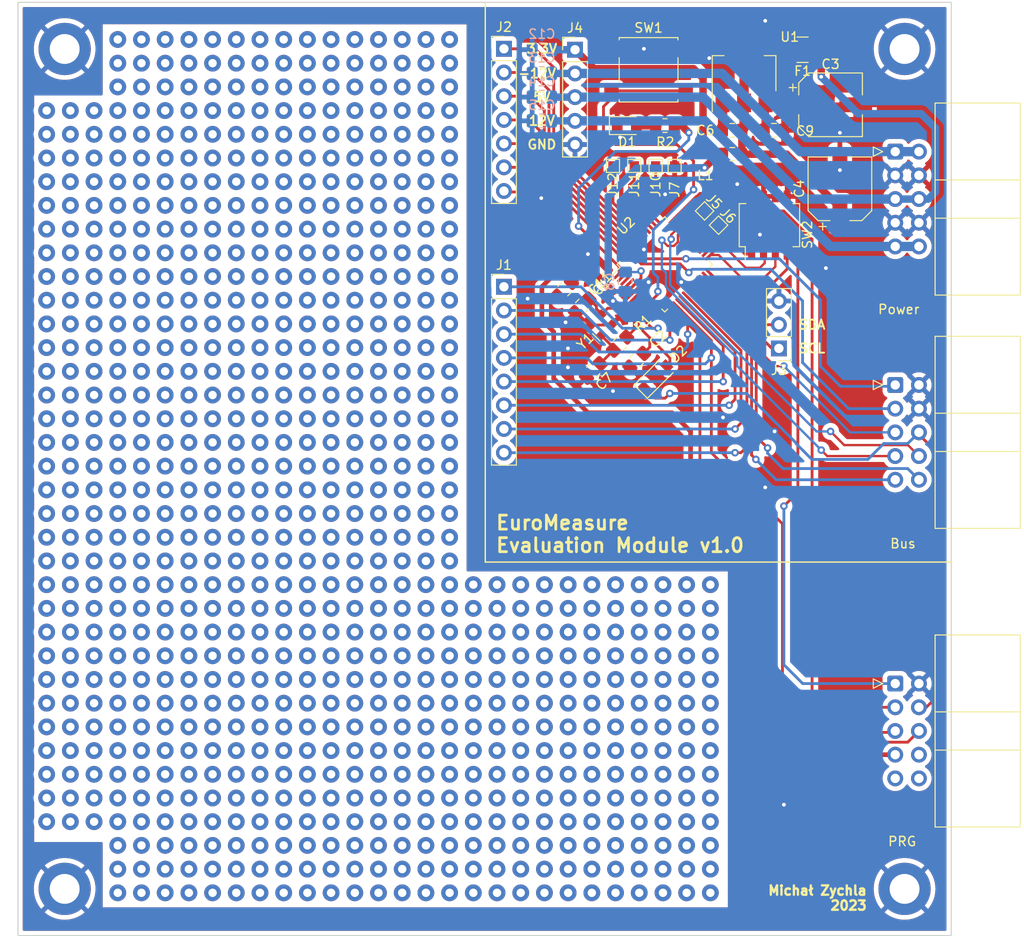
<source format=kicad_pcb>
(kicad_pcb (version 20211014) (generator pcbnew)
  (layers (0 "F.Cu" signal) (31 "B.Cu" signal) (34 "B.Paste" user) (35 "F.Paste" user) (36 "B.SilkS" user "B.Silkscreen") (37 "F.SilkS" user "F.Silkscreen") (38 "B.Mask" user) (39 "F.Mask" user) (44 "Edge.Cuts" user))
  (net 0 "")
  (net 1 "-12V")
  (net 2 "GND")
  (net 3 "+5V")
  (net 4 "+12V")
  (net 5 "/SCL")
  (net 6 "/SDA")
  (net 7 "/GP2")
  (net 8 "/RST")
  (net 9 "/GP0")
  (net 10 "/GP1")
  (net 11 "/TRG")
  (net 12 "/RDY")
  (net 13 "/SWDIO")
  (net 14 "/SWCLK")
  (net 15 "/RX_DEBUG")
  (net 16 "/TX_DEBUG")
  (net 17 "+3.3V")
  (net 21 "/OSC_IN")
  (net 22 "Net-(C3-Pad1)")
  (net 23 "Net-(C2-Pad1)")
  (net 24 "Net-(D1-Pad2)")
  (net 25 "Net-(C4-Pad1)")
  (net 26 "/OSC_OUT")
  (net 27 "Net-(C7-Pad1)")
  (net 30 "Net-(J1-Pad1)")
  (net 31 "Net-(J1-Pad5)")
  (net 32 "Net-(J1-Pad6)")
  (net 33 "Net-(SW2-Pad1)")
  (net 34 "Net-(SW2-Pad2)")
  (net 35 "Net-(U2-Pad39)")
  (net 36 "Net-(J2-Pad1)")
  (net 37 "Net-(J2-Pad2)")
  (net 38 "Net-(J2-Pad3)")
  (net 39 "Net-(J2-Pad6)")
  (net 43 "Net-(J11-Pad1)")
  (net 44 "Net-(J12-Pad1)")
  (net 45 "Net-(J2-Pad7)")
  (net 46 "Net-(SW2-Pad3)")
  (net 47 "Net-(SW2-Pad4)")
  (net 48 "/VREF")
  (net 49 "/LED")
  (net 50 "/SPI1_SCK")
  (net 51 "/SPI1_MISO")
  (net 52 "/SPI1_MOSI")
  (net 53 "/SCL2")
  (net 54 "/SDA2")
  (net 55 "/RX_AUX")
  (net 56 "/TX_AUX")
  (footprint "MEMS_Custom:EuroMeasure" (layer "F.Cu") (at 74.93 33.02)
    (fp_text reference "B1" hide)
    (fp_text value "EuroBoard")
    (fp_rect (start 0 0) (end 100 100) (layer "Edge.Cuts") (width 0.12) (fill none))
  )
  (footprint "TestPoint:TestPoint_Pad_1.0x1.0mm" (layer "F.Cu") (at 145.288 50.546 180)
    (fp_text reference "J7")
    (fp_text value "GND")
  )
  (footprint "TestPoint:TestPoint_Pad_1.0x1.0mm" (layer "F.Cu") (at 148.5 55.372 -45)
    (fp_text reference "J5")
    (fp_text value "RX")
  )
  (footprint "Connector_PinHeader_2.54mm:PinHeader_1x07_P2.54mm_Vertical" (layer "F.Cu") (at 127 38)
    (fp_text reference "J2")
    (fp_text value "Conn_01x07_Male")
  )
  (footprint "Diode_SMD:D_SOD-123" (layer "F.Cu") (at 143.256 73.152 45)
    (fp_text reference "D2")
    (fp_text value "1n4148")
  )
  (footprint "TestPoint:TestPoint_Pad_1.0x1.0mm" (layer "F.Cu") (at 143.256 50.546 180)
    (fp_text reference "J10")
    (fp_text value "PD1")
  )
  (footprint "Resistor_SMD:R_0805_2012Metric_Pad1.20x1.40mm_HandSolder" (layer "F.Cu") (at 144.256 46.228)
    (fp_text reference "R2")
    (fp_text value "1k")
  )
  (footprint "Capacitor_SMD:C_0805_2012Metric_Pad1.18x1.45mm_HandSolder" (layer "F.Cu") (at 151.4625 46.73925 180)
    (fp_text reference "C6")
    (fp_text value "10u")
  )
  (footprint "TestPoint:TestPoint_Pad_1.0x1.0mm" (layer "F.Cu") (at 138.684 50.546 180)
    (fp_text reference "J12")
    (fp_text value "PD3")
  )
  (footprint "Capacitor_SMD:CP_Elec_6.3x7.7" (layer "F.Cu") (at 163 53 90)
    (fp_text reference "C4")
    (fp_text value "220u")
  )
  (footprint "Capacitor_SMD:C_0805_2012Metric_Pad1.18x1.45mm_HandSolder" (layer "F.Cu") (at 133.5 63.766377 -135)
    (fp_text reference "C11")
    (fp_text value "10u")
  )
  (footprint "Inductor_SMD:L_0805_2012Metric_Pad1.15x1.40mm_HandSolder" (layer "F.Cu") (at 151.47 49.29325 180)
    (fp_text reference "L1")
    (fp_text value "L_Ferrite")
  )
  (footprint "Resistor_SMD:R_0805_2012Metric_Pad1.20x1.40mm_HandSolder" (layer "F.Cu") (at 139.446 69.596 45)
    (fp_text reference "R1")
    (fp_text value "R")
  )
  (footprint "Fuse:Fuse_1210_3225Metric" (layer "F.Cu") (at 159 38.1 180)
    (fp_text reference "F1")
    (fp_text value "Polyfuse")
  )
  (footprint "Capacitor_SMD:C_0805_2012Metric_Pad1.18x1.45mm_HandSolder" (layer "F.Cu") (at 135.382 65.532 -135)
    (fp_text reference "C1")
    (fp_text value "C")
  )
  (footprint "Button_Switch_SMD:SW_DIP_SPSTx04_Slide_Omron_A6H-4101_W6.15mm_P1.27mm" (layer "F.Cu") (at 155.448 56.896 90)
    (fp_text reference "SW2")
    (fp_text value "SW_DIP_x04")
  )
  (footprint "Package_QFP:LQFP-48_7x7mm_P0.5mm" (layer "F.Cu") (at 144.229 61.097231 45)
    (fp_text reference "U2")
    (fp_text value "STM32G030CxT")
  )
  (footprint "TestPoint:TestPoint_Pad_1.0x1.0mm" (layer "F.Cu") (at 140.97 50.546 180)
    (fp_text reference "J11")
    (fp_text value "PD2")
  )
  (footprint "Connector_PinHeader_2.54mm:PinHeader_1x08_P2.54mm_Vertical" (layer "F.Cu") (at 127 63.5)
    (fp_text reference "J1")
    (fp_text value "GPIO")
  )
  (footprint "Capacitor_SMD:CP_Elec_6.3x7.7" (layer "F.Cu") (at 162 44)
    (fp_text reference "C3")
    (fp_text value "220u")
  )
  (footprint "Connector_PinHeader_2.54mm:PinHeader_1x03_P2.54mm_Vertical" (layer "F.Cu") (at 156.464 70.104 180)
    (fp_text reference "J3")
    (fp_text value "I2C")
  )
  (footprint "Button_Switch_SMD:SW_SPST_B3S-1000" (layer "F.Cu") (at 142.5 40.25)
    (fp_text reference "SW1")
    (fp_text value "RESET")
  )
  (footprint "MEMS_Custom:ProtoArea" (layer "F.Cu") (at 78 37)
    (fp_text reference "REF**" hide)
    (fp_text value "ProtoArea" hide)
  )
  (footprint "Capacitor_SMD:C_0805_2012Metric_Pad1.18x1.45mm_HandSolder" (layer "F.Cu") (at 136.577103 72.464897 -135)
    (fp_text reference "C7")
    (fp_text value "C")
  )
  (footprint "LED_SMD:LED_0805_2012Metric_Pad1.15x1.40mm_HandSolder" (layer "F.Cu") (at 140.164478 46.228)
    (fp_text reference "D1")
    (fp_text value "LED")
  )
  (footprint "Connector_PinHeader_2.54mm:PinHeader_1x05_P2.54mm_Vertical" (layer "F.Cu") (at 134.62 38.1)
    (fp_text reference "J4")
    (fp_text value "Conn_01x05_Male")
  )
  (footprint "Capacitor_SMD:C_0805_2012Metric_Pad1.18x1.45mm_HandSolder" (layer "F.Cu") (at 141.224 71.374 -135)
    (fp_text reference "C2")
    (fp_text value "100n")
  )
  (footprint "Capacitor_SMD:C_0805_2012Metric_Pad1.18x1.45mm_HandSolder" (layer "F.Cu") (at 155.9345 46.736)
    (fp_text reference "C9")
    (fp_text value "10u")
  )
  (footprint "Package_TO_SOT_SMD:SOT-223-3_TabPin2" (layer "F.Cu") (at 152.7325 40.64325 90)
    (fp_text reference "U1")
    (fp_text value "AMS1117-3.3")
  )
  (footprint "Oscillator:Oscillator_SMD_Abracon_ASDMB-4Pin_2.5x2.0mm" (layer "F.Cu") (at 137.449355 67.564 45)
    (fp_text reference "Y1")
    (fp_text value "NX2520 16MHz")
  )
  (footprint "TestPoint:TestPoint_Pad_1.0x1.0mm" (layer "F.Cu") (at 150 56.896 -45)
    (fp_text reference "J6")
    (fp_text value "TX")
  )
  (footprint "Capacitor_SMD:C_0805_2012Metric_Pad1.18x1.45mm_HandSolder" (layer "B.Cu") (at 131.064 40.64 180)
    (fp_text reference "C13")
    (fp_text value "10u")
  )
  (footprint "Capacitor_SMD:C_0805_2012Metric_Pad1.18x1.45mm_HandSolder" (layer "B.Cu") (at 140 62.9625 -90)
    (fp_text reference "C8")
    (fp_text value "100n")
  )
  (footprint "Capacitor_SMD:C_0805_2012Metric_Pad1.18x1.45mm_HandSolder" (layer "B.Cu") (at 131.064 38.1 180)
    (fp_text reference "C12")
    (fp_text value "10u")
  )
  (footprint "Capacitor_SMD:C_0805_2012Metric_Pad1.18x1.45mm_HandSolder" (layer "B.Cu") (at 131.064 43.18 180)
    (fp_text reference "C14")
    (fp_text value "10u")
  )
  (footprint "Capacitor_SMD:C_0805_2012Metric_Pad1.18x1.45mm_HandSolder" (layer "B.Cu") (at 131.064 45.72 180)
    (fp_text reference "C15")
    (fp_text value "10u")
  )
  (gr_line (start 125 93) (end 175 93) (layer "F.SilkS") (width 0.15))
  (gr_line (start 125 83) (end 125 93) (layer "F.SilkS") (width 0.15))
  (gr_line (start 125 33) (end 125 83) (layer "F.SilkS") (width 0.15))
  (gr_text "EuroMeasure \nEvaluation Module v1.0" (at 126 90) (layer "F.SilkS") (effects (font (size 1.5 1.5) (thickness 0.3)) (justify left)))
  (gr_text "3.3V" (at 131.064 38) (layer "F.SilkS") (effects (font (size 1 1) (thickness 0.2))))
  (gr_text "SCL\n" (at 160.02 70.104) (layer "F.SilkS") (effects (font (size 1 1) (thickness 0.2))))
  (gr_text "Michał Zychla\n2023" (at 166 129) (layer "F.SilkS") (effects (font (size 1 1) (thickness 0.25)) (justify right)))
  (gr_text "5V" (at 131.064 43.18) (layer "F.SilkS") (effects (font (size 1 1) (thickness 0.2))))
  (gr_text "-12V" (at 130.556 40.64) (layer "F.SilkS") (effects (font (size 1 1) (thickness 0.2))))
  (gr_text "12V" (at 131.064 45.72) (layer "F.SilkS") (effects (font (size 1 1) (thickness 0.2))))
  (gr_text "GND\n" (at 131.064 48.26) (layer "F.SilkS") (effects (font (size 1 1) (thickness 0.2))))
  (gr_text "SDA\n" (at 160.02 67.564) (layer "F.SilkS") (effects (font (size 1 1) (thickness 0.2))))
  (segment (start 168.93 49.02) (end 171.47 49.02) (width 1) (layer "B.Cu") (net 1))
  (segment (start 134.62 40.64) (end 150.368 40.64) (width 1) (layer "B.Cu") (net 1))
  (segment (start 132.1015 40.64) (end 134.62 40.64) (width 0.8) (layer "B.Cu") (net 1))
  (segment (start 158.748 49.02) (end 168.93 49.02) (width 1) (layer "B.Cu") (net 1))
  (segment (start 150.368 40.64) (end 158.748 49.02) (width 1) (layer "B.Cu") (net 1))
  (segment (start 136.317984 67.599355) (end 138.510016 67.599355) (width 0.3) (layer "F.Cu") (net 2))
  (segment (start 142.5 63.179785) (end 142.5 63) (width 0.3) (layer "F.Cu") (net 2))
  (segment (start 150.4325 46.731749) (end 150.425 46.73925) (width 1) (layer "F.Cu") (net 2))
  (segment (start 139.139478 47.191478) (end 139.446 47.498) (width 0.3) (layer "F.Cu") (net 2))
  (segment (start 139.139478 46.228) (end 139.139478 47.191478) (width 0.3) (layer "F.Cu") (net 2))
  (segment (start 140.373783 65.306) (end 138.966 65.306) (width 0.3) (layer "F.Cu") (net 2))
  (segment (start 141.775059 63.904726) (end 140.373783 65.306) (width 0.3) (layer "F.Cu") (net 2))
  (segment (start 138.510016 67.599355) (end 138.580726 67.528645) (width 0.3) (layer "F.Cu") (net 2))
  (segment (start 138.966 65.306) (end 138.684 65.024) (width 0.3) (layer "F.Cu") (net 2))
  (segment (start 150.4325 43.79325) (end 150.4325 46.731749) (width 1) (layer "F.Cu") (net 2))
  (segment (start 141.462445 64.21734) (end 142.5 63.179785) (width 0.3) (layer "F.Cu") (net 2))
  (via (at 161.5 61.5) (size 0.8) (drill 0.4) (layers "F.Cu" "B.Cu") (net 2))
  (via (at 163 47) (size 0.8) (drill 0.4) (layers "F.Cu" "B.Cu") (net 2))
  (via (at 142 38) (size 0.8) (drill 0.4) (layers "F.Cu" "B.Cu") (net 2))
  (via (at 139.446 47.498) (size 0.8) (drill 0.4) (layers "F.Cu" "B.Cu") (net 2))
  (via (at 129.54 64.77) (size 0.8) (drill 0.4) (layers "F.Cu" "B.Cu") (net 2))
  (via (at 142 59.5) (size 0.8) (drill 0.4) (layers "F.Cu" "B.Cu") (net 2))
  (via (at 157 119) (size 0.8) (drill 0.4) (layers "F.Cu" "B.Cu") (net 2))
  (via (at 156 79) (size 0.8) (drill 0.4) (layers "F.Cu" "B.Cu") (net 2))
  (via (at 142.5 63) (size 0.8) (drill 0.4) (layers "F.Cu" "B.Cu") (net 2))
  (via (at 152 52.5) (size 0.8) (drill 0.4) (layers "F.Cu" "B.Cu") (net 2))
  (via (at 146 63) (size 0.8) (drill 0.4) (layers "F.Cu" "B.Cu") (net 2))
  (via (at 144.272 53.594) (size 0.8) (drill 0.4) (layers "F.Cu" "B.Cu") (net 2))
  (via (at 155 35) (size 0.8) (drill 0.4) (layers "F.Cu" "B.Cu") (net 2))
  (via (at 150.475726 77.500367) (size 0.8) (drill 0.4) (layers "F.Cu" "B.Cu") (net 2))
  (via (at 154.432 57.912) (size 0.8) (drill 0.4) (layers "F.Cu" "B.Cu") (net 2))
  (via (at 131 54) (size 0.8) (drill 0.4) (layers "F.Cu" "B.Cu") (net 2))
  (via (at 138.684 65.024) (size 0.8) (drill 0.4) (layers "F.Cu" "B.Cu") (net 2))
  (via (at 155 85) (size 0.8) (drill 0.4) (layers "F.Cu" "B.Cu") (net 2))
  (via (at 133.858 72.136) (size 0.8) (drill 0.4) (layers "F.Cu" "B.Cu") (net 2))
  (via (at 138.684 74.676) (size 0.8) (drill 0.4) (layers "F.Cu" "B.Cu") (net 2))
  (via (at 136 60) (size 0.8) (drill 0.4) (layers "F.Cu" "B.Cu") (net 2))
  (via (at 149 39) (size 0.8) (drill 0.4) (layers "F.Cu" "B.Cu") (net 2))
  (via (at 133.858 70.104) (size 0.8) (drill 0.4) (layers "F.Cu" "B.Cu") (net 2))
  (via (at 163 51) (size 0.8) (drill 0.4) (layers "F.Cu" "B.Cu") (net 2))
  (via (at 133.604 67.31) (size 0.8) (drill 0.4) (layers "F.Cu" "B.Cu") (net 2))
  (segment (start 161 41) (end 161 38.7) (width 0.8) (layer "F.Cu") (net 3))
  (segment (start 161 38.7) (end 160.4 38.1) (width 0.8) (layer "F.Cu") (net 3))
  (via (at 161 41) (size 0.8) (drill 0.4) (layers "F.Cu" "B.Cu") (net 3))
  (segment (start 173.228 46.482) (end 171.704 44.958) (width 0.8) (layer "B.Cu") (net 3))
  (segment (start 159.256 54.1) (end 168.93 54.1) (width 1) (layer "B.Cu") (net 3))
  (segment (start 171.47 54.1) (end 172.468 54.1) (width 0.8) (layer "B.Cu") (net 3))
  (segment (start 168.93 54.1) (end 171.47 54.1) (width 0.8) (layer "B.Cu") (net 3))
  (segment (start 148.336 43.18) (end 159.256 54.1) (width 1) (layer "B.Cu") (net 3))
  (segment (start 134.62 43.18) (end 148.336 43.18) (width 1) (layer "B.Cu") (net 3))
  (segment (start 173.228 53.34) (end 173.228 46.482) (width 0.8) (layer "B.Cu") (net 3))
  (segment (start 172.468 54.1) (end 173.228 53.34) (width 0.8) (layer "B.Cu") (net 3))
  (segment (start 132.1015 43.18) (end 134.62 43.18) (width 0.8) (layer "B.Cu") (net 3))
  (segment (start 165.862 44.958) (end 164.958 44.958) (width 0.8) (layer "B.Cu") (net 3))
  (segment (start 164.958 44.958) (end 161 41) (width 0.8) (layer "B.Cu") (net 3))
  (segment (start 171.704 44.958) (end 165.862 44.958) (width 0.8) (layer "B.Cu") (net 3))
  (segment (start 171.47 59.18) (end 161.985635 59.18) (width 1) (layer "B.Cu") (net 4))
  (segment (start 161.985635 59.18) (end 148.525635 45.72) (width 1) (layer "B.Cu") (net 4))
  (segment (start 132.1015 45.72) (end 134.62 45.72) (width 0.8) (layer "B.Cu") (net 4))
  (segment (start 148.525635 45.72) (end 134.62 45.72) (width 1) (layer "B.Cu") (net 4))
  (segment (start 140.401785 59.037782) (end 130.81 49.445997) (width 0.3) (layer "F.Cu") (net 5))
  (segment (start 140.401785 59.037782) (end 141.864003 60.5) (width 0.3) (layer "F.Cu") (net 5))
  (segment (start 130.81 46.736) (end 129.694 45.62) (width 0.3) (layer "F.Cu") (net 5))
  (segment (start 141.864003 60.5) (end 146.5 60.5) (width 0.3) (layer "F.Cu") (net 5))
  (segment (start 129.694 45.62) (end 127 45.62) (width 0.3) (layer "F.Cu") (net 5))
  (segment (start 130.81 49.445997) (end 130.81 46.736) (width 0.3) (layer "F.Cu") (net 5))
  (via (at 146.5 60.5) (size 0.8) (drill 0.4) (layers "F.Cu" "B.Cu") (net 5))
  (segment (start 168.782 74.168) (end 168.93 74.02) (width 0.3) (layer "B.Cu") (net 5))
  (segment (start 146.5 60.5) (end 156.512 60.5) (width 0.3) (layer "B.Cu") (net 5))
  (segment (start 156.512 60.5) (end 160.93 64.918) (width 0.3) (layer "B.Cu") (net 5))
  (segment (start 160.93 64.918) (end 160.93 72.03) (width 0.3) (layer "B.Cu") (net 5))
  (segment (start 160.93 72.03) (end 163.068 74.168) (width 0.3) (layer "B.Cu") (net 5))
  (segment (start 163.068 74.168) (end 168.782 74.168) (width 0.3) (layer "B.Cu") (net 5))
  (segment (start 146.812 61.976) (end 145.892 61.056) (width 0.3) (layer "F.Cu") (net 6))
  (segment (start 145.892 61.056) (end 141.712895 61.056) (width 0.3) (layer "F.Cu") (net 6))
  (segment (start 140.048231 59.391336) (end 130.31 49.653103) (width 0.3) (layer "F.Cu") (net 6))
  (segment (start 130.31 49.653103) (end 130.31 48.776) (width 0.3) (layer "F.Cu") (net 6))
  (segment (start 130.31 48.776) (end 129.694 48.16) (width 0.3) (layer "F.Cu") (net 6))
  (segment (start 141.712895 61.056) (end 140.048231 59.391336) (width 0.3) (layer "F.Cu") (net 6))
  (segment (start 129.694 48.16) (end 127 48.16) (width 0.3) (layer "F.Cu") (net 6))
  (via (at 146.812 61.976) (size 0.8) (drill 0.4) (layers "F.Cu" "B.Cu") (net 6))
  (segment (start 159 71.624) (end 163.936 76.56) (width 0.3) (layer "B.Cu") (net 6))
  (segment (start 146.812 61.976) (end 147.163 61.625) (width 0.3) (layer "B.Cu") (net 6))
  (segment (start 155.605 61.625) (end 159 65.02) (width 0.3) (layer "B.Cu") (net 6))
  (segment (start 159 65.02) (end 159 71.624) (width 0.3) (layer "B.Cu") (net 6))
  (segment (start 163.936 76.56) (end 168.93 76.56) (width 0.3) (layer "B.Cu") (net 6))
  (segment (start 147.163 61.625) (end 155.605 61.625) (width 0.3) (layer "B.Cu") (net 6))
  (segment (start 154.967445 70.06791) (end 148.056215 63.15668) (width 0.25) (layer "F.Cu") (net 7))
  (segment (start 156.01 72) (end 154.967445 70.957445) (width 0.25) (layer "F.Cu") (net 7))
  (segment (start 154.967445 70.957445) (end 154.967445 70.06791) (width 0.25) (layer "F.Cu") (net 7))
  (segment (start 157 72) (end 156.01 72) (width 0.25) (layer "F.Cu") (net 7))
  (via (at 157 72) (size 0.8) (drill 0.4) (layers "F.Cu" "B.Cu") (net 7))
  (segment (start 164.1 79.1) (end 157 72) (width 0.25) (layer "B.Cu") (net 7))
  (segment (start 168.93 79.1) (end 164.1 79.1) (width 0.25) (layer "B.Cu") (net 7))
  (segment (start 173.482 81.344) (end 173.482 107.336) (width 0.3) (layer "F.Cu") (net 8))
  (segment (start 143.208548 75.438) (end 142.089274 74.318726) (width 0.3) (layer "F.Cu") (net 8))
  (segment (start 144.272 75.438) (end 143.208548 75.438) (width 0.3) (layer "F.Cu") (net 8))
  (segment (start 172.258 108.56) (end 171.238 108.56) (width 0.3) (layer "F.Cu") (net 8))
  (segment (start 144.78 74.93) (end 144.272 75.438) (width 0.3) (layer "F.Cu") (net 8))
  (segment (start 173.482 107.336) (end 172.258 108.56) (width 0.3) (layer "F.Cu") (net 8))
  (segment (start 171.238 79.1) (end 173.482 81.344) (width 0.3) (layer "F.Cu") (net 8))
  (via (at 144.78 74.93) (size 0.8) (drill 0.4) (layers "F.Cu" "B.Cu") (net 8))
  (segment (start 170.27 80.3) (end 171.47 79.1) (width 0.3) (layer "B.Cu") (net 8))
  (segment (start 156.035 77.965) (end 158.37 80.3) (width 0.3) (layer "B.Cu") (net 8))
  (segment (start 153 74.93) (end 144.78 74.93) (width 0.3) (layer "B.Cu") (net 8))
  (segment (start 153 74.93) (end 156.035 77.965) (width 0.3) (layer "B.Cu") (net 8))
  (segment (start 160 82) (end 166 82) (width 0.3) (layer "B.Cu") (net 8))
  (segment (start 158.3 80.3) (end 160 82) (width 0.3) (layer "B.Cu") (net 8))
  (segment (start 167.7 80.3) (end 170.27 80.3) (width 0.3) (layer "B.Cu") (net 8))
  (segment (start 166 82) (end 167.7 80.3) (width 0.3) (layer "B.Cu") (net 8))
  (segment (start 145.220442 59.124509) (end 145.645137 58.699814) (width 0.25) (layer "F.Cu") (net 9))
  (segment (start 143.926543 58.508022) (end 144.54303 59.124509) (width 0.25) (layer "F.Cu") (net 9))
  (segment (start 161.64 81.64) (end 161 81) (width 0.25) (layer "F.Cu") (net 9))
  (segment (start 168.93 81.64) (end 161.64 81.64) (width 0.25) (layer "F.Cu") (net 9))
  (segment (start 145.645137 57.913328) (end 146.288449 57.270016) (width 0.25) (layer "F.Cu") (net 9))
  (segment (start 144.54303 59.124509) (end 145.220442 59.124509) (width 0.25) (layer "F.Cu") (net 9))
  (segment (start 145.645137 58.699814) (end 145.645137 57.913328) (width 0.25) (layer "F.Cu") (net 9))
  (via (at 161 81) (size 0.8) (drill 0.4) (layers "F.Cu" "B.Cu") (net 9))
  (via (at 143.926543 58.508022) (size 0.8) (drill 0.4) (layers "F.Cu" "B.Cu") (net 9))
  (segment (start 144.367 62.003396) (end 144.367 63.503396) (width 0.25) (layer "B.Cu") (net 9))
  (segment (start 152 72) (end 161 81) (width 0.25) (layer "B.Cu") (net 9))
  (segment (start 143.926543 58.508022) (end 143.926543 61.562939) (width 0.25) (layer "B.Cu") (net 9))
  (segment (start 143.926543 61.562939) (end 144.367 62.003396) (width 0.25) (layer "B.Cu") (net 9))
  (segment (start 144.367 63.503396) (end 152 71.136396) (width 0.25) (layer "B.Cu") (net 9))
  (segment (start 152 71.136396) (end 152 72) (width 0.25) (layer "B.Cu") (net 9))
  (segment (start 144.920137 57.93122) (end 145.934895 56.916462) (width 0.25) (layer "F.Cu") (net 10))
  (segment (start 163.465 80.465) (end 162 79) (width 0.25) (layer "F.Cu") (net 10))
  (segment (start 171.47 81.64) (end 170.295 80.465) (width 0.25) (layer "F.Cu") (net 10))
  (segment (start 144.920137 58.399509) (end 144.920137 57.93122) (width 0.25) (layer "F.Cu") (net 10))
  (segment (start 170.295 80.465) (end 163.465 80.465) (width 0.25) (layer "F.Cu") (net 10))
  (via (at 144.920137 58.399509) (size 0.8) (drill 0.4) (layers "F.Cu" "B.Cu") (net 10))
  (via (at 162 79) (size 0.8) (drill 0.4) (layers "F.Cu" "B.Cu") (net 10))
  (segment (start 144.920137 58.399509) (end 144.920137 58.579863) (width 0.25) (layer "B.Cu") (net 10))
  (segment (start 144.920137 58.579863) (end 144.817 58.683) (width 0.25) (layer "B.Cu") (net 10))
  (segment (start 160.5 79) (end 162 79) (width 0.25) (layer "B.Cu") (net 10))
  (segment (start 144.817 58.683) (end 144.817 63.317) (width 0.25) (layer "B.Cu") (net 10))
  (segment (start 144.817 63.317) (end 160.5 79) (width 0.25) (layer "B.Cu") (net 10))
  (segment (start 153.535 70.049679) (end 153.535 81.535) (width 0.3) (layer "F.Cu") (net 11))
  (segment (start 153.535 81.535) (end 154 82) (width 0.3) (layer "F.Cu") (net 11))
  (segment (start 147.349109 63.863786) (end 153.535 70.049679) (width 0.3) (layer "F.Cu") (net 11))
  (via (at 154 82) (size 0.8) (drill 0.4) (layers "F.Cu" "B.Cu") (net 11))
  (segment (start 168.93 84.18) (end 156.18 84.18) (width 0.3) (layer "B.Cu") (net 11))
  (segment (start 156.18 84.18) (end 154 82) (width 0.3) (layer "B.Cu") (net 11))
  (segment (start 155.25 80.772) (end 154.035 79.557) (width 0.3) (layer "F.Cu") (net 12))
  (segment (start 154.035 69.842572) (end 147.702662 63.510233) (width 0.3) (layer "F.Cu") (net 12))
  (segment (start 154.035 79.557) (end 154.035 69.842572) (width 0.3) (layer "F.Cu") (net 12))
  (via (at 155.25 80.772) (size 0.8) (drill 0.4) (layers "F.Cu" "B.Cu") (net 12))
  (segment (start 170.27 82.98) (end 171.47 84.18) (width 0.3) (layer "B.Cu") (net 12))
  (segment (start 155.25 81.336) (end 156.894 82.98) (width 0.3) (layer "B.Cu") (net 12))
  (segment (start 156.894 82.98) (end 170.27 82.98) (width 0.3) (layer "B.Cu") (net 12))
  (segment (start 155.25 80.772) (end 155.25 81.336) (width 0.3) (layer "B.Cu") (net 12))
  (segment (start 158.496 59.436) (end 158.496 85.504) (width 0.3) (layer "F.Cu") (net 13))
  (segment (start 155.448 56.388) (end 158.496 59.436) (width 0.3) (layer "F.Cu") (net 13))
  (segment (start 147.902 54.348) (end 148.25 54) (width 0.3) (layer "F.Cu") (net 13))
  (segment (start 148.25 54) (end 149.504 54) (width 0.3) (layer "F.Cu") (net 13))
  (segment (start 158.496 85.504) (end 157 87) (width 0.3) (layer "F.Cu") (net 13))
  (segment (start 145.581342 56.562909) (end 147.796252 54.348) (width 0.3) (layer "F.Cu") (net 13))
  (segment (start 149.504 54) (end 151.892 56.388) (width 0.3) (layer "F.Cu") (net 13))
  (segment (start 147.796252 54.348) (end 147.902 54.348) (width 0.3) (layer "F.Cu") (net 13))
  (segment (start 151.892 56.388) (end 155.448 56.388) (width 0.3) (layer "F.Cu") (net 13))
  (via (at 157 87) (size 0.8) (drill 0.4) (layers "F.Cu" "B.Cu") (net 13))
  (segment (start 157 104) (end 157 87) (width 0.3) (layer "B.Cu") (net 13))
  (segment (start 159.02 106.02) (end 157 104) (width 0.3) (layer "B.Cu") (net 13))
  (segment (start 168.93 106.02) (end 159.02 106.02) (width 0.3) (layer "B.Cu") (net 13))
  (segment (start 145.227788 56.209355) (end 147.589143 53.848) (width 0.3) (layer "F.Cu") (net 14))
  (segment (start 150.528 53.5) (end 152.4 55.372) (width 0.3) (layer "F.Cu") (net 14))
  (segment (start 160.02 58.42) (end 160.02 107.188) (width 0.3) (layer "F.Cu") (net 14))
  (segment (start 152.4 55.372) (end 156.972 55.372) (width 0.3) (layer "F.Cu") (net 14))
  (segment (start 148 53.5) (end 150.528 53.5) (width 0.3) (layer "F.Cu") (net 14))
  (segment (start 147.652 53.848) (end 148 53.5) (width 0.3) (layer "F.Cu") (net 14))
  (segment (start 160.02 107.188) (end 161.392 108.56) (width 0.3) (layer "F.Cu") (net 14))
  (segment (start 147.589143 53.848) (end 147.652 53.848) (width 0.3) (layer "F.Cu") (net 14))
  (segment (start 161.392 108.56) (end 168.93 108.56) (width 0.3) (layer "F.Cu") (net 14))
  (segment (start 156.972 55.372) (end 160.02 58.42) (width 0.3) (layer "F.Cu") (net 14))
  (segment (start 156.845 88.9) (end 156.845 108.585) (width 0.3) (layer "F.Cu") (net 15))
  (segment (start 159.512 111.252) (end 168.778 111.252) (width 0.3) (layer "F.Cu") (net 15))
  (segment (start 156.845 108.585) (end 159.512 111.252) (width 0.3) (layer "F.Cu") (net 15))
  (segment (start 168.778 111.252) (end 168.93 111.1) (width 0.3) (layer "F.Cu") (net 15))
  (segment (start 149.225 71.12) (end 149.225 81.28) (width 0.3) (layer "F.Cu") (net 15))
  (segment (start 149.225 81.28) (end 156.845 88.9) (width 0.3) (layer "F.Cu") (net 15))
  (segment (start 145.581342 65.631553) (end 149.225 69.275213) (width 0.3) (layer "F.Cu") (net 15))
  (segment (start 149.225 69.275213) (end 149.225 71.12) (width 0.3) (layer "F.Cu") (net 15))
  (via (at 149.225 71.12) (size 0.8) (drill 0.4) (layers "F.Cu" "B.Cu") (net 15))
  (segment (start 135.89 71.12) (end 127 71.12) (width 0.3) (layer "B.Cu") (net 15))
  (segment (start 136.525 71.755) (end 135.89 71.12) (width 0.3) (layer "B.Cu") (net 15))
  (segment (start 148.59 71.755) (end 136.525 71.755) (width 0.3) (layer "B.Cu") (net 15))
  (segment (start 149.225 71.12) (end 148.59 71.755) (width 0.3) (layer "B.Cu") (net 15))
  (segment (start 171.47 111.1) (end 170.27 112.3) (width 0.3) (layer "F.Cu") (net 16))
  (segment (start 148 82) (end 148 68.757318) (width 0.3) (layer "F.Cu") (net 16))
  (segment (start 148 68.757318) (end 146.685 67.442319) (width 0.3) (layer "F.Cu") (net 16))
  (segment (start 155.5 89.5) (end 148 82) (width 0.3) (layer "F.Cu") (net 16))
  (segment (start 170.27 112.3) (end 158.8 112.3) (width 0.3) (layer "F.Cu") (net 16))
  (segment (start 146.685 67.442319) (end 146.685 68.58) (width 0.3) (layer "F.Cu") (net 16))
  (segment (start 158.8 112.3) (end 155.5 109) (width 0.3) (layer "F.Cu") (net 16))
  (segment (start 145.227788 65.985107) (end 146.685 67.442319) (width 0.3) (layer "F.Cu") (net 16))
  (segment (start 155.5 109) (end 155.5 89.5) (width 0.3) (layer "F.Cu") (net 16))
  (via (at 146.685 68.58) (size 0.8) (drill 0.4) (layers "F.Cu" "B.Cu") (net 16))
  (segment (start 135.255 68.58) (end 127 68.58) (width 0.3) (layer "B.Cu") (net 16))
  (segment (start 137.16 70.485) (end 135.255 68.58) (width 0.3) (layer "B.Cu") (net 16))
  (segment (start 146.05 70.485) (end 137.16 70.485) (width 0.3) (layer "B.Cu") (net 16))
  (segment (start 146.685 69.85) (end 146.05 70.485) (width 0.3) (layer "B.Cu") (net 16))
  (segment (start 146.685 68.58) (end 146.685 69.85) (width 0.3) (layer "B.Cu") (net 16))
  (segment (start 140.401785 63.15668) (end 139.550465 64.008) (width 0.3) (layer "F.Cu") (net 17))
  (segment (start 147 83) (end 147 79) (width 0.5) (layer "F.Cu") (net 17))
  (segment (start 141.108891 63.863786) (end 140.166677 64.806) (width 0.3) (layer "F.Cu") (net 17))
  (segment (start 131.064 63.5) (end 132.08 62.484) (width 0.5) (layer "F.Cu") (net 17))
  (segment (start 132.334 73.334) (end 132.334 68.326) (width 0.5) (layer "F.Cu") (net 17))
  (segment (start 136.652 40.132) (end 147.32 40.132) (width 0.8) (layer "F.Cu") (net 17))
  (segment (start 145 77) (end 136 77) (width 0.5) (layer "F.Cu") (net 17))
  (segment (start 158.64 113.64) (end 154 109) (width 0.5) (layer "F.Cu") (net 17))
  (segment (start 140.166677 64.806) (end 139.888 64.806) (width 0.3) (layer "F.Cu") (net 17))
  (segment (start 131.064 67.056) (end 131.064 63.5) (width 0.5) (layer "F.Cu") (net 17))
  (segment (start 139.488 64.070465) (end 139.550465 64.008) (width 0.3) (layer "F.Cu") (net 17))
  (segment (start 135.353623 61.976) (end 136.652 61.976) (width 0.8) (layer "F.Cu") (net 17))
  (segment (start 139.550465 64.008) (end 138.684 64.008) (width 0.3) (layer "F.Cu") (net 17))
  (segment (start 132.08 62.484) (end 133.829623 62.484) (width 0.5) (layer "F.Cu") (net 17))
  (segment (start 168.93 113.64) (end 158.64 113.64) (width 0.5) (layer "F.Cu") (net 17))
  (segment (start 139.888 64.806) (end 139.488 64.406) (width 0.3) (layer "F.Cu") (net 17))
  (segment (start 149.87725 49.29325) (end 150.4075 49.29325) (width 0.8) (layer "F.Cu") (net 17))
  (segment (start 150.445 49.29325) (end 149.95675 49.29325) (width 0.8) (layer "F.Cu") (net 17))
  (segment (start 147 79) (end 145 77) (width 0.5) (layer "F.Cu") (net 17))
  (segment (start 133.829623 62.484) (end 134.337623 62.992) (width 0.5) (layer "F.Cu") (net 17))
  (segment (start 154 109) (end 154 90) (width 0.5) (layer "F.Cu") (net 17))
  (segment (start 137.713 63.037) (end 138.684 64.008) (width 0.8) (layer "F.Cu") (net 17))
  (segment (start 136.652 61.976) (end 137.713 63.037) (width 0.8) (layer "F.Cu") (net 17))
  (segment (start 136 77) (end 132.334 73.334) (width 0.5) (layer "F.Cu") (net 17))
  (segment (start 147.32 40.132) (end 148.336 41.148) (width 0.8) (layer "F.Cu") (net 17))
  (segment (start 134.62 38.1) (end 136.652 40.132) (width 0.8) (layer "F.Cu") (net 17))
  (segment (start 149.95675 49.29325) (end 148.5 50.75) (width 0.8) (layer "F.Cu") (net 17))
  (segment (start 134.337623 62.992) (end 135.353623 61.976) (width 0.8) (layer "F.Cu") (net 17))
  (segment (start 132.334 68.326) (end 131.064 67.056) (width 0.5) (layer "F.Cu") (net 17))
  (segment (start 139.488 64.406) (end 139.488 64.070465) (width 0.3) (layer "F.Cu") (net 17))
  (segment (start 148.336 41.148) (end 148.336 47.752) (width 0.8) (layer "F.Cu") (net 17))
  (segment (start 148.336 47.752) (end 149.87725 49.29325) (width 0.8) (layer "F.Cu") (net 17))
  (segment (start 154 90) (end 147 83) (width 0.5) (layer "F.Cu") (net 17))
  (via (at 148.5 50.75) (size 0.8) (drill 0.4) (layers "F.Cu" "B.Cu") (net 17))
  (via (at 137.713 63.037) (size 0.8) (drill 0.4) (layers "F.Cu" "B.Cu") (net 17))
  (segment (start 147.066 50.8) (end 141.224 50.8) (width 0.8) (layer "B.Cu") (net 17))
  (segment (start 132.1015 38.1) (end 134.62 38.1) (width 0.8) (layer "B.Cu") (net 17))
  (segment (start 138.176 53.848) (end 138.176 62.574) (width 0.8) (layer "B.Cu") (net 17))
  (segment (start 147.116 50.75) (end 147.066 50.8) (width 0.8) (layer "B.Cu") (net 17))
  (segment (start 141.224 50.8) (end 138.176 53.848) (width 0.8) (layer "B.Cu") (net 17))
  (segment (start 138.176 62.574) (end 137.713 63.037) (width 0.8) (layer "B.Cu") (net 17))
  (segment (start 148.5 50.75) (end 147.116 50.75) (width 0.8) (layer "B.Cu") (net 17))
  (segment (start 137.48471 66.432629) (end 138.111339 65.806) (width 0.3) (layer "F.Cu") (net 21))
  (segment (start 136.906 65.853919) (end 136.906 65.588754) (width 0.3) (layer "F.Cu") (net 21))
  (segment (start 138.111339 65.806) (end 138.196 65.806) (width 0.3) (layer "F.Cu") (net 21))
  (segment (start 141.815998 64.570893) (end 140.58089 65.806) (width 0.3) (layer "F.Cu") (net 21))
  (segment (start 137.48471 66.432629) (end 136.906 65.853919) (width 0.3) (layer "F.Cu") (net 21))
  (segment (start 136.906 65.588754) (end 136.115623 64.798377) (width 0.3) (layer "F.Cu") (net 21))
  (segment (start 140.58089 65.806) (end 138.196 65.806) (width 0.3) (layer "F.Cu") (net 21))
  (segment (start 159.09325 43.79325) (end 159.3 44) (width 0.8) (layer "F.Cu") (net 22))
  (segment (start 155 43.82575) (end 155.0325 43.79325) (width 0.8) (layer "F.Cu") (net 22))
  (segment (start 155.0325 40.6675) (end 157.6 38.1) (width 0.8) (layer "F.Cu") (net 22))
  (segment (start 155.0325 43.79325) (end 155.0325 40.6675) (width 0.8) (layer "F.Cu") (net 22))
  (segment (start 155.0325 43.79325) (end 159.09325 43.79325) (width 0.8) (layer "F.Cu") (net 22))
  (segment (start 155 46.5) (end 155 43.82575) (width 0.8) (layer "F.Cu") (net 22))
  (segment (start 147.32 50.038) (end 145.542 48.26) (width 0.3) (layer "F.Cu") (net 23))
  (segment (start 142.621 68.961) (end 144.78 71.12) (width 0.3) (layer "F.Cu") (net 23))
  (segment (start 144.78 71.12) (end 144.78 71.628) (width 0.3) (layer "F.Cu") (net 23))
  (segment (start 142.523105 65.278) (end 141.478 66.323105) (width 0.3) (layer "F.Cu") (net 23))
  (segment (start 138.525 42.5) (end 146.475 42.5) (width 0.3) (layer "F.Cu") (net 23))
  (segment (start 137.668 46.99) (end 137.668 44.196) (width 0.3) (layer "F.Cu") (net 23))
  (segment (start 142.621 69.977) (end 142.621 68.961) (width 0.3) (layer "F.Cu") (net 23))
  (segment (start 138.938 48.26) (end 137.668 46.99) (width 0.3) (layer "F.Cu") (net 23))
  (segment (start 143.5 64.301105) (end 142.523105 65.278) (width 0.3) (layer "F.Cu") (net 23))
  (segment (start 145.542 48.26) (end 138.938 48.26) (width 0.3) (layer "F.Cu") (net 23))
  (segment (start 141.478 66.323105) (end 141.478 67.818) (width 0.3) (layer "F.Cu") (net 23))
  (segment (start 143.5 64) (end 143.5 64.301105) (width 0.3) (layer "F.Cu") (net 23))
  (segment (start 141.957623 70.640377) (end 142.621 69.977) (width 0.3) (layer "F.Cu") (net 23))
  (segment (start 144.78 71.628) (end 144.422726 71.985274) (width 0.3) (layer "F.Cu") (net 23))
  (segment (start 147.32 53.086) (end 147.32 50.038) (width 0.3) (layer "F.Cu") (net 23))
  (segment (start 138.525 43.339) (end 138.525 42.5) (width 0.3) (layer "F.Cu") (net 23))
  (segment (start 137.668 44.196) (end 138.525 43.339) (width 0.3) (layer "F.Cu") (net 23))
  (segment (start 141.478 67.818) (end 142.621 68.961) (width 0.3) (layer "F.Cu") (net 23))
  (via (at 147.32 53.086) (size 0.8) (drill 0.4) (layers "F.Cu" "B.Cu") (net 23))
  (via (at 143.5 64) (size 0.8) (drill 0.4) (layers "F.Cu" "B.Cu") (net 23))
  (segment (start 143 57.406) (end 143 62) (width 0.3) (layer "B.Cu") (net 23))
  (segment (start 143.764 56.642) (end 143 57.406) (width 0.3) (layer "B.Cu") (net 23))
  (segment (start 143.5 62.5) (end 143.5 64) (width 0.3) (layer "B.Cu") (net 23))
  (segment (start 143 62) (end 143.5 62.5) (width 0.3) (layer "B.Cu") (net 23))
  (segment (start 147.32 53.086) (end 143.764 56.642) (width 0.3) (layer "B.Cu") (net 23))
  (segment (start 143.5 46.25) (end 141.189478 46.25) (width 0.8) (layer "F.Cu") (net 24))
  (segment (start 152.5 46.61575) (end 152.5 46.73925) (width 0.8) (layer "F.Cu") (net 25))
  (segment (start 163 55) (end 157.29325 49.29325) (width 0.8) (layer "F.Cu") (net 25))
  (segment (start 152.5 46.73925) (end 152.5 49.26075) (width 0.8) (layer "F.Cu") (net 25))
  (segment (start 152.7325 43.79325) (end 152.7325 45.72325) (width 1) (layer "F.Cu") (net 25))
  (segment (start 152.7325 46.38325) (end 152.5 46.61575) (width 0.8) (layer "F.Cu") (net 25))
  (segment (start 152.7325 37.49325) (end 152.7325 43.79325) (width 1) (layer "F.Cu") (net 25))
  (segment (start 163 55.7) (end 163 55) (width 0.8) (layer "F.Cu") (net 25))
  (segment (start 152.7325 46.50675) (end 152.5 46.73925) (width 1) (layer "F.Cu") (net 25))
  (segment (start 152.7325 45.72325) (end 152.7325 46.50675) (width 1) (layer "F.Cu") (net 25))
  (segment (start 157.29325 49.29325) (end 152.495 49.29325) (width 0.8) (layer "F.Cu") (net 25))
  (segment (start 142.169551 64.924446) (end 140.97 66.123997) (width 0.3) (layer "F.Cu") (net 26))
  (segment (start 140.97 68.072) (end 140.153107 68.888893) (width 0.3) (layer "F.Cu") (net 26))
  (segment (start 140.97 66.123997) (end 140.97 68.072) (width 0.3) (layer "F.Cu") (net 26))
  (segment (start 138.738893 70.020264) (end 137.414 68.695371) (width 0.3) (layer "F.Cu") (net 27))
  (segment (start 137.310726 71.731274) (end 138.738893 70.303107) (width 0.3) (layer "F.Cu") (net 27))
  (segment (start 138.738893 70.303107) (end 138.738893 70.020264) (width 0.3) (layer "F.Cu") (net 27))
  (segment (start 142.876658 65.631553) (end 142.24 66.268211) (width 0.3) (layer "F.Cu") (net 30))
  (segment (start 142.875 67.945) (end 143.51 67.945) (width 0.3) (layer "F.Cu") (net 30))
  (segment (start 142.24 67.31) (end 142.875 67.945) (width 0.3) (layer "F.Cu") (net 30))
  (segment (start 142.24 66.268211) (end 142.24 67.31) (width 0.3) (layer "F.Cu") (net 30))
  (via (at 143.51 67.945) (size 0.8) (drill 0.4) (layers "F.Cu" "B.Cu") (net 30))
  (segment (start 135.255 63.5) (end 127 63.5) (width 0.3) (layer "B.Cu") (net 30))
  (segment (start 143.51 67.945) (end 139.7 67.945) (width 0.3) (layer "B.Cu") (net 30))
  (segment (start 139.7 67.945) (end 135.255 63.5) (width 0.3) (layer "B.Cu") (net 30))
  (segment (start 150.495 69.838105) (end 150.495 73.66) (width 0.3) (layer "F.Cu") (net 31))
  (segment (start 145.934895 65.278) (end 150.495 69.838105) (width 0.3) (layer "F.Cu") (net 31))
  (via (at 150.495 73.66) (size 0.8) (drill 0.4) (layers "F.Cu" "B.Cu") (net 31))
  (segment (start 150.495 73.66) (end 127 73.66) (width 0.3) (layer "B.Cu") (net 31))
  (segment (start 151.765 75.565) (end 151.13 76.2) (width 0.3) (layer "F.Cu") (net 32))
  (segment (start 146.288449 64.924446) (end 151.765 70.400997) (width 0.3) (layer "F.Cu") (net 32))
  (segment (start 151.765 70.400997) (end 151.765 75.565) (width 0.3) (layer "F.Cu") (net 32))
  (via (at 151.13 76.2) (size 0.8) (drill 0.4) (layers "F.Cu" "B.Cu") (net 32))
  (segment (start 151.13 76.2) (end 127 76.2) (width 0.3) (layer "B.Cu") (net 32))
  (segment (start 152.828 59.998) (end 153.543 59.998) (width 0.3) (layer "F.Cu") (net 33))
  (segment (start 148.409769 59.391336) (end 149.401105 58.4) (width 0.3) (layer "F.Cu") (net 33))
  (segment (start 149.401105 58.4) (end 151.23 58.4) (width 0.3) (layer "F.Cu") (net 33))
  (segment (start 151.23 58.4) (end 152.828 59.998) (width 0.3) (layer "F.Cu") (net 33))
  (segment (start 154.432 61.468) (end 154.94 60.96) (width 0.25) (layer "F.Cu") (net 34))
  (segment (start 150.368 58.928) (end 152.908 61.468) (width 0.25) (layer "F.Cu") (net 34))
  (segment (start 152.908 61.468) (end 154.432 61.468) (width 0.25) (layer "F.Cu") (net 34))
  (segment (start 154.94 60.125) (end 154.813 59.998) (width 0.25) (layer "F.Cu") (net 34))
  (segment (start 154.94 60.96) (end 154.94 60.125) (width 0.25) (layer "F.Cu") (net 34))
  (segment (start 148.763322 59.744889) (end 149.580211 58.928) (width 0.25) (layer "F.Cu") (net 34))
  (segment (start 149.580211 58.928) (end 150.368 58.928) (width 0.25) (layer "F.Cu") (net 34))
  (segment (start 141.732 53.594) (end 143.256 52.07) (width 0.3) (layer "F.Cu") (net 35))
  (segment (start 142.523105 56.916462) (end 141.732 56.125357) (width 0.3) (layer "F.Cu") (net 35))
  (segment (start 143.256 52.07) (end 143.256 50.546) (width 0.3) (layer "F.Cu") (net 35))
  (segment (start 141.732 56.125357) (end 141.732 53.594) (width 0.3) (layer "F.Cu") (net 35))
  (segment (start 130.336 38) (end 132.334 39.998) (width 0.3) (layer "F.Cu") (net 36))
  (segment (start 132.334 39.998) (end 132.334 48.848677) (width 0.3) (layer "F.Cu") (net 36))
  (segment (start 132.334 48.848677) (end 141.462445 57.977122) (width 0.3) (layer "F.Cu") (net 36))
  (segment (start 127 38) (end 130.336 38) (width 0.3) (layer "F.Cu") (net 36))
  (segment (start 129.948 40.54) (end 127 40.54) (width 0.3) (layer "F.Cu") (net 37))
  (segment (start 131.826 42.418) (end 129.948 40.54) (width 0.3) (layer "F.Cu") (net 37))
  (segment (start 131.826 49.047785) (end 131.826 42.418) (width 0.3) (layer "F.Cu") (net 37))
  (segment (start 141.108891 58.330676) (end 131.826 49.047785) (width 0.3) (layer "F.Cu") (net 37))
  (segment (start 140.755338 58.684229) (end 131.326 49.254892) (width 0.3) (layer "F.Cu") (net 38))
  (segment (start 131.326 44.585) (end 129.821 43.08) (width 0.3) (layer "F.Cu") (net 38))
  (segment (start 131.326 49.254892) (end 131.326 44.585) (width 0.3) (layer "F.Cu") (net 38))
  (segment (start 129.821 43.08) (end 127 43.08) (width 0.3) (layer "F.Cu") (net 38))
  (segment (start 130.649789 50.7) (end 127 50.7) (width 0.3) (layer "F.Cu") (net 39))
  (segment (start 139.694678 59.744889) (end 130.649789 50.7) (width 0.3) (layer "F.Cu") (net 39))
  (segment (start 142.169551 57.270016) (end 140.462 55.562465) (width 0.3) (layer "F.Cu") (net 43))
  (segment (start 140.462 55.562465) (end 140.462 52.578) (width 0.3) (layer "F.Cu") (net 43))
  (segment (start 140.462 52.578) (end 140.97 52.07) (width 0.3) (layer "F.Cu") (net 43))
  (segment (start 140.97 52.07) (end 140.97 50.546) (width 0.3) (layer "F.Cu") (net 43))
  (segment (start 141.815998 57.623569) (end 138.684 54.491571) (width 0.3) (layer "F.Cu") (net 44))
  (segment (start 138.684 54.491571) (end 138.684 50.546) (width 0.3) (layer "F.Cu") (net 44))
  (segment (start 131.312683 52.07) (end 130.048 52.07) (width 0.3) (layer "F.Cu") (net 45))
  (segment (start 128.778 53.34) (end 127.1 53.34) (width 0.3) (layer "F.Cu") (net 45))
  (segment (start 139.341124 60.098443) (end 131.312683 52.07) (width 0.3) (layer "F.Cu") (net 45))
  (segment (start 130.048 52.07) (end 128.778 53.34) (width 0.3) (layer "F.Cu") (net 45))
  (segment (start 127.1 53.34) (end 127 53.24) (width 0.3) (layer "F.Cu") (net 45))
  (segment (start 156.083 59.998) (end 156.083 61.341) (width 0.25) (layer "F.Cu") (net 46))
  (segment (start 150.014443 60.098443) (end 149.116876 60.098443) (width 0.25) (layer "F.Cu") (net 46))
  (segment (start 152.4 62.484) (end 150.014443 60.098443) (width 0.25) (layer "F.Cu") (net 46))
  (segment (start 154.94 62.484) (end 152.4 62.484) (width 0.25) (layer "F.Cu") (net 46))
  (segment (start 156.083 61.341) (end 154.94 62.484) (width 0.25) (layer "F.Cu") (net 46))
  (segment (start 157.353 61.595) (end 157.353 59.998) (width 0.3) (layer "F.Cu") (net 47))
  (segment (start 155.448 63.5) (end 157.353 61.595) (width 0.3) (layer "F.Cu") (net 47))
  (segment (start 150.520857 63.5) (end 155.448 63.5) (width 0.3) (layer "F.Cu") (net 47))
  (segment (start 149.116876 62.096019) (end 150.520857 63.5) (width 0.3) (layer "F.Cu") (net 47))
  (segment (start 141.688 62.577571) (end 141.688 61.806) (width 0.3) (layer "F.Cu") (net 48))
  (segment (start 140.755338 63.510233) (end 141.688 62.577571) (width 0.3) (layer "F.Cu") (net 48))
  (via (at 141.688 61.806) (size 0.8) (drill 0.4) (layers "F.Cu" "B.Cu") (net 48))
  (segment (start 141.569 61.925) (end 141.688 61.806) (width 0.25) (layer "B.Cu") (net 48))
  (segment (start 140 61.925) (end 141.569 61.925) (width 0.25) (layer "B.Cu") (net 48))
  (segment (start 146.045684 46.223684) (end 145.526316 46.223684) (width 0.8) (layer "F.Cu") (net 49))
  (segment (start 139.341124 62.096019) (end 139.341124 61.341124) (width 0.3) (layer "F.Cu") (net 49))
  (segment (start 146.812 46.99) (end 146.045684 46.223684) (width 0.8) (layer "F.Cu") (net 49))
  (segment (start 139.341124 61.341124) (end 135 57) (width 0.3) (layer "F.Cu") (net 49))
  (via (at 146.812 46.99) (size 0.8) (drill 0.4) (layers "F.Cu" "B.Cu") (net 49))
  (via (at 135 57) (size 0.8) (drill 0.4) (layers "F.Cu" "B.Cu") (net 49))
  (segment (start 146.812 46.99) (end 146.812 47.752) (width 0.3) (layer "B.Cu") (net 49))
  (segment (start 138.96 49) (end 135 52.96) (width 0.3) (layer "B.Cu") (net 49))
  (segment (start 135 52.96) (end 135 57) (width 0.3) (layer "B.Cu") (net 49))
  (segment (start 145.564 49) (end 138.96 49) (width 0.3) (layer "B.Cu") (net 49))
  (segment (start 146.812 47.752) (end 145.564 49) (width 0.3) (layer "B.Cu") (net 49))
  (segment (start 144.78 67.534895) (end 143.230212 65.985107) (width 0.3) (layer "F.Cu") (net 50))
  (segment (start 144.78 69.215) (end 144.78 67.534895) (width 0.3) (layer "F.Cu") (net 50))
  (via (at 144.78 69.215) (size 0.8) (drill 0.4) (layers "F.Cu" "B.Cu") (net 50))
  (segment (start 135.255 66.04) (end 127 66.04) (width 0.3) (layer "B.Cu") (net 50))
  (segment (start 144.78 69.215) (end 138.43 69.215) (width 0.3) (layer "B.Cu") (net 50))
  (segment (start 138.43 69.215) (end 135.255 66.04) (width 0.3) (layer "B.Cu") (net 50))
  (segment (start 152.4 78.105) (end 151.765 78.74) (width 0.3) (layer "F.Cu") (net 51))
  (segment (start 146.642002 64.570893) (end 152.4 70.328891) (width 0.3) (layer "F.Cu") (net 51))
  (segment (start 152.4 70.328891) (end 152.4 78.105) (width 0.3) (layer "F.Cu") (net 51))
  (via (at 151.765 78.74) (size 0.8) (drill 0.4) (layers "F.Cu" "B.Cu") (net 51))
  (segment (start 151.765 78.74) (end 127 78.74) (width 0.3) (layer "B.Cu") (net 51))
  (segment (start 153.035 70.256785) (end 153.035 80.645) (width 0.3) (layer "F.Cu") (net 52))
  (segment (start 152.4 81.28) (end 151.765 81.28) (width 0.3) (layer "F.Cu") (net 52))
  (segment (start 146.995555 64.21734) (end 153.035 70.256785) (width 0.3) (layer "F.Cu") (net 52))
  (segment (start 153.035 80.645) (end 152.4 81.28) (width 0.3) (layer "F.Cu") (net 52))
  (via (at 151.765 81.28) (size 0.8) (drill 0.4) (layers "F.Cu" "B.Cu") (net 52))
  (segment (start 151.765 81.28) (end 127 81.28) (width 0.3) (layer "B.Cu") (net 52))
  (segment (start 148.409769 62.803126) (end 155.710643 70.104) (width 0.3) (layer "F.Cu") (net 53))
  (segment (start 155.710643 70.104) (end 156.464 70.104) (width 0.3) (layer "F.Cu") (net 53))
  (segment (start 148.763322 62.449573) (end 153.87775 67.564) (width 0.3) (layer "F.Cu") (net 54))
  (segment (start 153.87775 67.564) (end 156.464 67.564) (width 0.3) (layer "F.Cu") (net 54))
  (segment (start 146.642002 57.623569) (end 148.844 55.421571) (width 0.25) (layer "F.Cu") (net 55))
  (segment (start 148.728891 57.658) (end 149.352 57.658) (width 0.3) (layer "F.Cu") (net 56))
  (segment (start 149.352 57.658) (end 150.114 56.896) (width 0.3) (layer "F.Cu") (net 56))
  (segment (start 147.702662 58.684229) (end 148.728891 57.658) (width 0.3) (layer "F.Cu") (net 56))
  (zone (net 2) (net_name "GND") (layers F&B.Cu) (connect_pads (clearance 0.508)) (min_thickness 0.254) (fill yes (thermal_gap 0.508) (thermal_bridge_width 0.508))
    (polygon (pts (xy 175 133) (xy 73 133) (xy 73 33) (xy 175 33)))
  )
  (zone (net 0) (net_name "") (layers F&B.Cu) (connect_pads (clearance 0)) (min_thickness 0.254)
    (keepout (tracks not_allowed) (vias allowed) (pads allowed) (copperpour not_allowed) (footprints allowed))
    (fill (thermal_gap 0.508) (thermal_bridge_width 0.508))
    (polygon (pts (xy 123 94) (xy 151 94) (xy 151 130) (xy 84.000005 129.999996) (xy 84.0003 35.357862) (xy 122.999998 35.375102)))
  )
  (zone (net 0) (net_name "") (layers F&B.Cu) (connect_pads (clearance 0)) (min_thickness 0.254)
    (keepout (tracks not_allowed) (vias allowed) (pads allowed) (copperpour not_allowed) (footprints allowed))
    (fill (thermal_gap 0.508) (thermal_bridge_width 0.508))
    (polygon (pts (xy 84 123) (xy 76.657963 123) (xy 76.657963 43) (xy 84 43)))
  )
)
</source>
